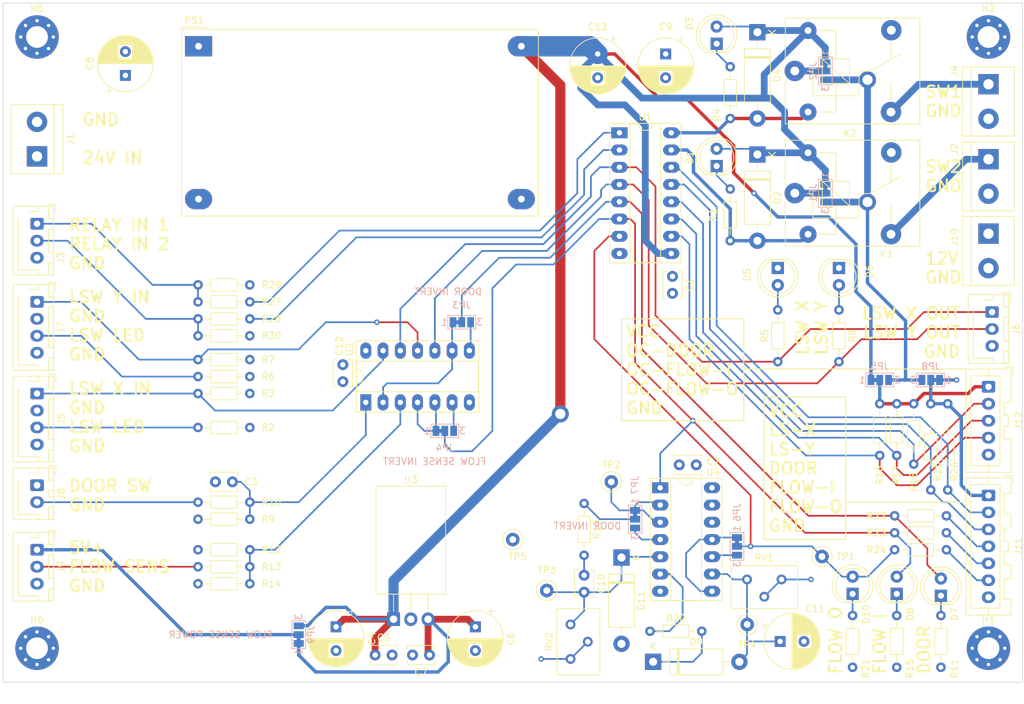
<source format=kicad_pcb>
(kicad_pcb (version 20211014) (generator pcbnew)
  (layers (0 "F.Cu" signal) (1 "In1.Cu" signal) (2 "In2.Cu" signal) (31 "B.Cu" signal) (34 "B.Paste" user) (35 "F.Paste" user) (36 "B.SilkS" user "B.Silkscreen") (37 "F.SilkS" user "F.Silkscreen") (38 "B.Mask" user) (39 "F.Mask" user) (44 "Edge.Cuts" user))
  (net 0 "")
  (net 1 "+12V")
  (net 2 "GND")
  (net 3 "+5V")
  (net 4 "Net-(C3-Pad1)")
  (net 5 "Net-(D1-Pad1)")
  (net 6 "Net-(D3-Pad1)")
  (net 7 "+24V")
  (net 8 "Net-(J2-Pad1)")
  (net 9 "Net-(J4-Pad1)")
  (net 10 "Net-(J5-Pad3)")
  (net 11 "Net-(J7-Pad3)")
  (net 12 "Net-(J8-Pad2)")
  (net 13 "Net-(J9-Pad2)")
  (net 14 "Net-(JP1-Pad2)")
  (net 15 "Net-(JP2-Pad2)")
  (net 16 "Net-(JP3-Pad1)")
  (net 17 "Net-(JP3-Pad3)")
  (net 18 "Net-(JP4-Pad1)")
  (net 19 "Net-(JP4-Pad3)")
  (net 22 "Net-(R12-Pad1)")
  (net 23 "Net-(C10-Pad1)")
  (net 24 "Net-(C10-Pad2)")
  (net 25 "Net-(C11-Pad1)")
  (net 26 "Net-(D9-Pad1)")
  (net 27 "Net-(D10-Pad2)")
  (net 28 "Net-(D10-Pad1)")
  (net 29 "Net-(JP5-Pad2)")
  (net 30 "Net-(JP6-Pad1)")
  (net 31 "Net-(JP6-Pad3)")
  (net 32 "Net-(JP7-Pad1)")
  (net 34 "Net-(JP7-Pad2)")
  (net 35 "Net-(JP7-Pad3)")
  (net 36 "Net-(R20-Pad1)")
  (net 37 "Net-(D2-Pad2)")
  (net 38 "Net-(D4-Pad2)")
  (net 39 "Net-(U1-Pad1)")
  (net 40 "Net-(U1-Pad2)")
  (net 41 "/RELAY_IN_1")
  (net 42 "/RELAY_IN_2")
  (net 43 "/LSW_X")
  (net 44 "/LSW_Y")
  (net 45 "Net-(JP8-Pad2)")
  (net 46 "Net-(R26-Pad2)")
  (net 47 "Net-(R25-Pad2)")
  (net 48 "Net-(R22-Pad2)")
  (net 49 "Net-(R23-Pad2)")
  (net 50 "Net-(R24-Pad2)")
  (net 51 "Net-(R18-Pad2)")
  (net 52 "Net-(R17-Pad2)")
  (net 53 "Net-(R16-Pad2)")
  (net 54 "Net-(JP3-Pad2)")
  (net 55 "Net-(R5-Pad2)")
  (net 56 "Net-(R8-Pad2)")
  (net 57 "Net-(D7-Pad1)")
  (net 58 "Net-(R15-Pad1)")
  (net 59 "Net-(J6-Pad1)")
  (net 60 "Net-(J6-Pad2)")
  (net 61 "Net-(U4-Pad1)")
  (net 62 "Net-(J9-Pad1)")
  (footprint "Resistor_THT:R_Axial_DIN0204_L3.6mm_D1.6mm_P7.62mm_Horizontal" (layer "F.Cu") (at 107 -72.62 -90)
    (fp_text reference "R1")
    (fp_text value "2.2K")
  )
  (footprint "Resistor_THT:R_Axial_DIN0204_L3.6mm_D1.6mm_P12.7mm_Horizontal" (layer "F.Cu") (at 139 -41 -90)
    (fp_text reference "R26")
    (fp_text value "10K")
  )
  (footprint "LED_THT:LED_D5.0mm" (layer "F.Cu") (at 105 -94 90)
    (fp_text reference "D3")
    (fp_text value "LED")
  )
  (footprint "Connector_JST:JST_XA_B05B-XASK-1_1x05_P2.50mm_Vertical" (layer "F.Cu") (at 145 -43.5 -90)
    (fp_text reference "J12")
    (fp_text value "Limit Switches Out")
  )
  (footprint "Resistor_THT:R_Axial_DIN0204_L3.6mm_D1.6mm_P7.62mm_Horizontal" (layer "F.Cu") (at 36.31 -24 180)
    (fp_text reference "R9")
    (fp_text value "2.2K")
  )
  (footprint "Capacitor_THT:CP_Radial_D8.0mm_P3.50mm" (layer "F.Cu") (at 114.347349 -6)
    (fp_text reference "C11")
    (fp_text value "470u")
  )
  (footprint "Capacitor_THT:C_Disc_D3.8mm_W2.6mm_P2.50mm" (layer "F.Cu") (at 102 -32 180)
    (fp_text reference "C2")
    (fp_text value "0.1u")
  )
  (footprint "TerminalBlock:TerminalBlock_bornier-2_P5.08mm" (layer "F.Cu") (at 145 -88.04 -90)
    (fp_text reference "J4")
    (fp_text value "Screw_Terminal_01x02")
  )
  (footprint "Diode_THT:D_DO-15_P12.70mm_Horizontal" (layer "F.Cu") (at 95.65 -3)
    (fp_text reference "D9")
    (fp_text value "D_Schottky")
  )
  (footprint "Resistor_THT:R_Axial_DIN0204_L3.6mm_D1.6mm_P7.62mm_Horizontal" (layer "F.Cu") (at 28.69 -26.5)
    (fp_text reference "R10")
    (fp_text value "470R")
  )
  (footprint "Resistor_THT:R_Axial_DIN0204_L3.6mm_D1.6mm_P7.62mm_Horizontal" (layer "F.Cu") (at 114 -47.19 90)
    (fp_text reference "R5")
    (fp_text value "2.2K")
  )
  (footprint "Capacitor_THT:CP_Radial_D8.0mm_P3.50mm" (layer "F.Cu") (at 18 -89.347349 90)
    (fp_text reference "C8")
    (fp_text value "100u")
  )
  (footprint "Potentiometer_THT:Potentiometer_Bourns_3299Y_Vertical" (layer "F.Cu") (at 114.55 -15.125)
    (fp_text reference "RV1")
    (fp_text value "100K")
  )
  (footprint "TestPoint:TestPoint_Loop_D1.80mm_Drill1.0mm_Beaded" (layer "F.Cu") (at 75 -21)
    (fp_text reference "TP5")
    (fp_text value "TestPoint")
  )
  (footprint "Resistor_THT:R_Axial_DIN0204_L3.6mm_D1.6mm_P7.62mm_Horizontal" (layer "F.Cu") (at 129 -41 -90)
    (fp_text reference "R16")
    (fp_text value "10K")
  )
  (footprint "Converter_DCDC:Generic_DCDC_Red" (layer "F.Cu") (at 28.7675 -93.6325)
    (fp_text reference "PS1")
    (fp_text value "DC-DC")
  )
  (footprint "Resistor_THT:R_Axial_DIN0204_L3.6mm_D1.6mm_P7.62mm_Horizontal" (layer "F.Cu") (at 85.5 -26.31 -90)
    (fp_text reference "R19")
    (fp_text value "1K")
  )
  (footprint "Resistor_THT:R_Axial_DIN0204_L3.6mm_D1.6mm_P7.62mm_Horizontal" (layer "F.Cu") (at 95.19 -7.5)
    (fp_text reference "R20")
    (fp_text value "1K")
  )
  (footprint "Resistor_THT:R_Axial_DIN0204_L3.6mm_D1.6mm_P7.62mm_Horizontal" (layer "F.Cu") (at 123 -47.19 90)
    (fp_text reference "R8")
    (fp_text value "2.2K")
  )
  (footprint "LED_THT:LED_D5.0mm" (layer "F.Cu") (at 138 -12.725 90)
    (fp_text reference "D7")
    (fp_text value "LED")
  )
  (footprint "Resistor_THT:R_Axial_DIN0204_L3.6mm_D1.6mm_P7.62mm_Horizontal" (layer "F.Cu") (at 138 -9.81 -90)
    (fp_text reference "R11")
    (fp_text value "2.2K")
  )
  (footprint "Resistor_THT:R_Axial_DIN0204_L3.6mm_D1.6mm_P7.62mm_Horizontal" (layer "F.Cu") (at 131.5 -9.81 -90)
    (fp_text reference "R15")
    (fp_text value "2.2K")
  )
  (footprint "Resistor_THT:R_Axial_DIN0204_L3.6mm_D1.6mm_P12.7mm_Horizontal" (layer "F.Cu") (at 136.5 -41 -90)
    (fp_text reference "R25")
    (fp_text value "10K")
  )
  (footprint "TestPoint:TestPoint_Loop_D1.80mm_Drill1.0mm_Beaded" (layer "F.Cu") (at 109.5 -8.5)
    (fp_text reference "TP4")
    (fp_text value "TestPoint")
  )
  (footprint "Package_TO_SOT_THT:TO-220-3_Horizontal_TabDown" (layer "F.Cu") (at 57.46 -9.27)
    (fp_text reference "U3")
    (fp_text value "L7805")
  )
  (footprint "Relay_THT:Relay_SPDT_SANYOU_SRD_Series_Form_C" (layer "F.Cu") (at 116.5 -90)
    (fp_text reference "K2")
    (fp_text value "SANYOU_SRD_Form_C")
  )
  (footprint "Resistor_THT:R_Axial_DIN0204_L3.6mm_D1.6mm_P7.62mm_Horizontal" (layer "F.Cu") (at 28.69 -17)
    (fp_text reference "R13")
    (fp_text value "470R")
  )
  (footprint "Package_DIP:DIP-16_W7.62mm_Socket_LongPads" (layer "F.Cu") (at 90.7 -80.9)
    (fp_text reference "U1")
    (fp_text value "ULN2003")
  )
  (footprint "Diode_THT:D_DO-15_P12.70mm_Horizontal" (layer "F.Cu") (at 111 -95.7 -90)
    (fp_text reference "D4")
    (fp_text value "B260")
  )
  (footprint "Resistor_THT:R_Axial_DIN0204_L3.6mm_D1.6mm_P7.62mm_Horizontal" (layer "F.Cu") (at 36.31 -19.5 180)
    (fp_text reference "R12")
    (fp_text value "2.2K")
  )
  (footprint "Diode_THT:D_DO-15_P12.70mm_Horizontal" (layer "F.Cu") (at 91 -18.35 -90)
    (fp_text reference "D11")
    (fp_text value "D_Schottky")
  )
  (footprint "Connector_JST:JST_XH_B3B-XH-AM_1x03_P2.50mm_Vertical" (layer "F.Cu") (at 5 -67.5 -90)
    (fp_text reference "J3")
    (fp_text value "Relay Signals")
  )
  (footprint "Capacitor_THT:C_Disc_D3.8mm_W2.6mm_P2.50mm" (layer "F.Cu") (at 33.75 -29.5 180)
    (fp_text reference "C3")
    (fp_text value "10n")
  )
  (footprint "Capacitor_THT:CP_Radial_D8.0mm_P3.50mm" (layer "F.Cu") (at 69.5 -8.152651 -90)
    (fp_text reference "C6")
    (fp_text value "470u")
  )
  (footprint "Resistor_THT:R_Axial_DIN0204_L3.6mm_D1.6mm_P7.62mm_Horizontal" (layer "F.Cu") (at 131.19 -22)
    (fp_text reference "R23")
    (fp_text value "220")
  )
  (footprint "LED_THT:LED_D5.0mm" (layer "F.Cu") (at 114 -61 -90)
    (fp_text reference "D5")
    (fp_text value "LED")
  )
  (footprint "TestPoint:TestPoint_Loop_D1.80mm_Drill1.0mm_Beaded" (layer "F.Cu") (at 80 -13.5)
    (fp_text reference "TP3")
    (fp_text value "TestPoint")
  )
  (footprint "Potentiometer_THT:Potentiometer_Bourns_3299Y_Vertical" (layer "F.Cu") (at 83.5 -8.5 90)
    (fp_text reference "RV2")
    (fp_text value "100K")
  )
  (footprint "Resistor_THT:R_Axial_DIN0204_L3.6mm_D1.6mm_P7.62mm_Horizontal" (layer "F.Cu") (at 28.69 -58.5)
    (fp_text reference "R29")
    (fp_text value "2.2K")
  )
  (footprint "Relay_THT:Relay_SPDT_SANYOU_SRD_Series_Form_C" (layer "F.Cu") (at 116.5 -72)
    (fp_text reference "K1")
    (fp_text value "SANYOU_SRD_Form_C")
  )
  (footprint "TerminalBlock:TerminalBlock_bornier-2_P5.08mm" (layer "F.Cu") (at 145 -77 -90)
    (fp_text reference "J2")
    (fp_text value "Screw_Terminal_01x02")
  )
  (footprint "MountingHole:MountingHole_3.2mm_M3_Pad_Via" (layer "F.Cu") (at 5 -95)
    (fp_text reference "H5")
    (fp_text value "MountingHole")
  )
  (footprint "Connector_JST:JST_XH_B4B-XH-AM_1x04_P2.50mm_Vertical" (layer "F.Cu") (at 5 -56 -90)
    (fp_text reference "J7")
    (fp_text value "Limit Switch Y")
  )
  (footprint "LED_THT:LED_D5.0mm" (layer "F.Cu") (at 123 -61 -90)
    (fp_text reference "D6")
    (fp_text value "LED")
  )
  (footprint "Resistor_THT:R_Axial_DIN0204_L3.6mm_D1.6mm_P7.62mm_Horizontal" (layer "F.Cu") (at 28.69 -53.5)
    (fp_text reference "R28")
    (fp_text value "2.2K")
  )
  (footprint "Resistor_THT:R_Axial_DIN0204_L3.6mm_D1.6mm_P7.62mm_Horizontal" (layer "F.Cu") (at 28.69 -14.5)
    (fp_text reference "R14")
    (fp_text value "2.2K")
  )
  (footprint "MountingHole:MountingHole_3.2mm_M3_Pad_Via" (layer "F.Cu") (at 145 -95)
    (fp_text reference "H2")
    (fp_text value "MountingHole")
  )
  (footprint "Package_DIP:DIP-14_W7.62mm_Socket_LongPads" (layer "F.Cu") (at 53.375 -41.2 90)
    (fp_text reference "U2")
    (fp_text value "74HC14")
  )
  (footprint "Capacitor_THT:C_Disc_D3.8mm_W2.6mm_P2.50mm" (layer "F.Cu") (at 98.5 -59.75 -90)
    (fp_text reference "C1")
    (fp_text value "0.1u")
  )
  (footprint "TestPoint:TestPoint_Loop_D1.80mm_Drill1.0mm_Beaded" (layer "F.Cu") (at 120.5 -18.5)
    (fp_text reference "TP1")
    (fp_text value "TestPoint")
  )
  (footprint "Connector_JST:JST_XH_B4B-XH-AM_1x04_P2.50mm_Vertical" (layer "F.Cu") (at 5 -42.5 -90)
    (fp_text reference "J5")
    (fp_text value "Limit Switch X")
  )
  (footprint "Resistor_THT:R_Axial_DIN0204_L3.6mm_D1.6mm_P7.62mm_Horizontal" (layer "F.Cu") (at 36.31 -42.5 180)
    (fp_text reference "R3")
    (fp_text value "2.2K")
  )
  (footprint "Resistor_THT:R_Axial_DIN0204_L3.6mm_D1.6mm_P7.62mm_Horizontal" (layer "F.Cu") (at 131.19 -19.5)
    (fp_text reference "R24")
    (fp_text value "220")
  )
  (footprint "Resistor_THT:R_Axial_DIN0204_L3.6mm_D1.6mm_P7.62mm_Horizontal" (layer "F.Cu") (at 131.19 -24.5)
    (fp_text reference "R22")
    (fp_text value "220")
  )
  (footprint "Resistor_THT:R_Axial_DIN0204_L3.6mm_D1.6mm_P7.62mm_Horizontal" (layer "F.Cu") (at 125 -9.81 -90)
    (fp_text reference "R21")
    (fp_text value "2.2K")
  )
  (footprint "Capacitor_THT:C_Disc_D3.8mm_W2.6mm_P2.50mm" (layer "F.Cu") (at 54.75 -4)
    (fp_text reference "C5")
    (fp_text value "0.1u")
  )
  (footprint "Resistor_THT:R_Axial_DIN0204_L3.6mm_D1.6mm_P7.62mm_Horizontal" (layer "F.Cu") (at 36.31 -37.5 180)
    (fp_text reference "R2")
    (fp_text value "2.2K")
  )
  (footprint "TerminalBlock:TerminalBlock_bornier-2_P5.08mm" (layer "F.Cu") (at 145 -66.04 -90)
    (fp_text reference "J10")
    (fp_text value "Screw_Terminal_01x02")
  )
  (footprint "Capacitor_THT:CP_Radial_D8.0mm_P3.50mm" (layer "F.Cu") (at 87.5 -92.5 -90)
    (fp_text reference "C13")
    (fp_text value "100u")
  )
  (footprint "Connector_JST:JST_XA_B07B-XASK-1_1x07_P2.50mm_Vertical" (layer "F.Cu") (at 145 -27.5 -90)
    (fp_text reference "J11")
    (fp_text value "Limit Switches Out")
  )
  (footprint "Connector_JST:JST_XH_B3B-XH-AM_1x03_P2.50mm_Vertical" (layer "F.Cu") (at 145.525 -54.5 -90)
    (fp_text reference "J6")
    (fp_text value "Limit Switches Out")
  )
  (footprint "Package_DIP:DIP-14_W7.62mm_Socket_LongPads" (layer "F.Cu") (at 96.7 -28.625)
    (fp_text reference "U4")
    (fp_text value "74HC14")
  )
  (footprint "Resistor_THT:R_Axial_DIN0204_L3.6mm_D1.6mm_P7.62mm_Horizontal" (layer "F.Cu") (at 107 -90.62 -90)
    (fp_text reference "R4")
    (fp_text value "2.2K")
  )
  (footprint "Capacitor_THT:CP_Radial_D8.0mm_P3.50mm" (layer "F.Cu") (at 49 -8.152651 -90)
    (fp_text reference "C4")
    (fp_text value "470u")
  )
  (footprint "Capacitor_THT:C_Disc_D3.8mm_W2.6mm_P2.50mm" (layer "F.Cu") (at 50 -46.75 -90)
    (fp_text reference "C12")
    (fp_text value "0.1u")
  )
  (footprint "Resistor_THT:R_Axial_DIN0204_L3.6mm_D1.6mm_P7.62mm_Horizontal" (layer "F.Cu") (at 28.69 -51)
    (fp_text reference "R30")
    (fp_text value "2.2K")
  )
  (footprint "Resistor_THT:R_Axial_DIN0204_L3.6mm_D1.6mm_P10.16mm_Horizontal" (layer "F.Cu") (at 134 -41 -90)
    (fp_text reference "R18")
    (fp_text value "10K")
  )
  (footprint "TestPoint:TestPoint_Loop_D1.80mm_Drill1.0mm_Beaded" (layer "F.Cu") (at 89.5 -29.5)
    (fp_text reference "TP2")
    (fp_text value "TestPoint")
  )
  (footprint "Resistor_THT:R_Axial_DIN0204_L3.6mm_D1.6mm_P7.62mm_Horizontal" (layer "F.Cu") (at 36.31 -47.5 180)
    (fp_text reference "R7")
    (fp_text value "2.2K")
  )
  (footprint "LED_THT:LED_D5.0mm" (layer "F.Cu") (at 131.5 -13 90)
    (fp_text reference "D8")
    (fp_text value "LED")
  )
  (footprint "Capacitor_THT:CP_Radial_D8.0mm_P3.50mm" (layer "F.Cu") (at 97.5 -92.5 -90)
    (fp_text reference "C9")
    (fp_text value "100u")
  )
  (footprint "Resistor_THT:R_Axial_DIN0204_L3.6mm_D1.6mm_P7.62mm_Horizontal" (layer "F.Cu") (at 36.31 -45 180)
    (fp_text reference "R6")
    (fp_text value "2.2K")
  )
  (footprint "TerminalBlock:TerminalBlock_bornier-2_P5.08mm" (layer "F.Cu") (at 5 -77.42 90)
    (fp_text reference "J1")
    (fp_text value "Screw_Terminal_01x02")
  )
  (footprint "MountingHole:MountingHole_3.2mm_M3_Pad_Via" (layer "F.Cu") (at 5 -5)
    (fp_text reference "H6")
    (fp_text value "MountingHole")
  )
  (footprint "LED_THT:LED_D5.0mm" (layer "F.Cu") (at 105 -76 90)
    (fp_text reference "D1")
    (fp_text value "LED")
  )
  (footprint "Connector_JST:JST_XH_B3B-XH-AM_1x03_P2.50mm_Vertical" (layer "F.Cu") (at 5 -19.5 -90)
    (fp_text reference "J9")
    (fp_text value "Flow Sensor")
  )
  (footprint "Connector_JST:JST_XH_B2B-XH-AM_1x02_P2.50mm_Vertical" (layer "F.Cu") (at 5 -29 -90)
    (fp_text reference "J8")
    (fp_text value "Door Switch")
  )
  (footprint "Resistor_THT:R_Axial_DIN0204_L3.6mm_D1.6mm_P7.62mm_Horizontal" (layer "F.Cu") (at 28.69 -56)
    (fp_text reference "R27")
    (fp_text value "2.2K")
  )
  (footprint "Capacitor_THT:C_Disc_D3.8mm_W2.6mm_P2.50mm" (layer "F.Cu") (at 62.75 -4 180)
    (fp_text reference "C7")
    (fp_text value "0.1u")
  )
  (footprint "MountingHole:MountingHole_3.2mm_M3_Pad_Via" (layer "F.Cu") (at 145 -5)
    (fp_text reference "H1")
    (fp_text value "MountingHole")
  )
  (footprint "Diode_THT:D_DO-15_P12.70mm_Horizontal" (layer "F.Cu") (at 111 -77.7 -90)
    (fp_text reference "D2")
    (fp_text value "B260")
  )
  (footprint "LED_THT:LED_D5.0mm" (layer "F.Cu") (at 125 -13 90)
    (fp_text reference "D10")
    (fp_text value "LED")
  )
  (footprint "Resistor_THT:R_Axial_DIN0204_L3.6mm_D1.6mm_P7.62mm_Horizontal" (layer "F.Cu") (at 131.5 -41 -90)
    (fp_text reference "R17")
    (fp_text value "10K")
  )
  (footprint "Capacitor_THT:C_Disc_D3.8mm_W2.6mm_P2.50mm" (layer "F.Cu") (at 85.5 -15.75 -90)
    (fp_text reference "C10")
    (fp_text value "0.1u")
  )
  (footprint "Jumper:SolderJumper-3_P1.3mm_Bridged12_Pad1.0x1.5mm_NumberLabels" (layer "B.Cu") (at 67.5 -53)
    (fp_text reference "JP3")
    (fp_text value "SolderJumper_3_Bridged12")
  )
  (footprint "Jumper:SolderJumper-3_P1.3mm_Bridged12_Pad1.0x1.5mm_NumberLabels" (layer "B.Cu") (at 121 -72 -90)
    (fp_text reference "JP1")
    (fp_text value "SolderJumper_3_Bridged12")
  )
  (footprint "Jumper:SolderJumper-3_P1.3mm_Bridged12_Pad1.0x1.5mm_NumberLabels" (layer "B.Cu") (at 121 -90 -90)
    (fp_text reference "JP2")
    (fp_text value "SolderJumper_3_Bridged12")
  )
  (footprint "Jumper:SolderJumper-3_P1.3mm_Bridged12_Pad1.0x1.5mm_NumberLabels" (layer "B.Cu") (at 93 -24 -90)
    (fp_text reference "JP7")
    (fp_text value "SolderJumper_3_Bridged12")
  )
  (footprint "Jumper:SolderJumper-3_P1.3mm_Bridged12_Pad1.0x1.5mm_NumberLabels" (layer "B.Cu") (at 129 -44.5)
    (fp_text reference "JP5")
    (fp_text value "SolderJumper_3_Bridged12")
  )
  (footprint "Jumper:SolderJumper-3_P1.3mm_Bridged12_Pad1.0x1.5mm_NumberLabels" (layer "B.Cu") (at 65 -37)
    (fp_text reference "JP4")
    (fp_text value "SolderJumper_3_Bridged12")
  )
  (footprint "Jumper:SolderJumper-3_P1.3mm_Bridged12_Pad1.0x1.5mm_NumberLabels" (layer "B.Cu") (at 43.5 -7 90)
    (fp_text reference "JP9")
    (fp_text value "SolderJumper_3_Bridged12")
  )
  (footprint "Jumper:SolderJumper-3_P1.3mm_Bridged12_Pad1.0x1.5mm_NumberLabels" (layer "B.Cu") (at 108 -20 -90)
    (fp_text reference "JP6")
    (fp_text value "SolderJumper_3_Bridged12")
  )
  (footprint "Jumper:SolderJumper-3_P1.3mm_Bridged12_Pad1.0x1.5mm_NumberLabels" (layer "B.Cu") (at 136.5 -44.5 180)
    (fp_text reference "JP8")
    (fp_text value "SolderJumper_3_Bridged12")
  )
  (gr_rect (start 124 -42) (end 112 -21) (layer "F.SilkS") (width 0.15) (fill none))
  (gr_rect (start 109 -53.5) (end 91 -38.5) (layer "F.SilkS") (width 0.15) (fill none))
  (gr_line (start 141.69 -46.11) (end 109 -46.11) (layer "F.SilkS") (width 0.15))
  (gr_line (start 124 -26.5) (end 141.5 -26.5) (layer "F.SilkS") (width 0.15))
  (gr_rect (start 0 0) (end 150 -100) (layer "Edge.Cuts") (width 0.1) (fill none))
  (gr_text "DOOR INVERT" (at 65.5 -57.5) (layer "B.SilkS") (effects (font (size 1 1)) (justify mirror)))
  (gr_text "DOOR INVERT" (at 86 -23) (layer "B.SilkS") (effects (font (size 1 1)) (justify mirror)))
  (gr_text "FLOW SENSE POWER" (at 32 -7) (layer "B.SilkS") (effects (font (size 1 1)) (justify mirror)))
  (gr_text "FLOW SENSE INVERT" (at 63.5 -32.5) (layer "B.SilkS") (effects (font (size 1 1)) (justify mirror)))
  (gr_text "FLOW I" (at 129 -1 90) (layer "F.SilkS") (effects (font (size 1.75 1.75) (thickness 0.3)) (justify left)))
  (gr_text "RELAY IN 1\nRELAY IN 2\nGND" (at 9.5 -64.5) (layer "F.SilkS") (effects (font (size 1.75 1.75) (thickness 0.3)) (justify left)))
  (gr_text "LSW X OUT\nLSW Y OUT\nGND" (at 141 -51.5) (layer "F.SilkS") (effects (font (size 1.75 1.75) (thickness 0.3)) (justify right)))
  (gr_text "VCC\nLS-X\nLS-Y\nDOOR\nFLOW-I\nFLOW-O\nGND" (at 112.5 -31.5) (layer "F.SilkS") (effects (font (size 1.75 1.75) (thickness 0.3)) (justify left)))
  (gr_text "LSW X IN\nGND\nLSW LED\nGND" (at 9.5 -39) (layer "F.SilkS") (effects (font (size 1.75 1.75) (thickness 0.3)) (justify left)))
  (gr_text "5V+\nFLOW SENS\nGND" (at 9.5 -17) (layer "F.SilkS") (effects (font (size 1.75 1.75) (thickness 0.3)) (justify left)))
  (gr_text "LSW Y IN\nGND\nLSW LED\nGND" (at 9.5 -52.5) (layer "F.SilkS") (effects (font (size 1.75 1.75) (thickness 0.3)) (justify left)))
  (gr_text "DOOR SW\nGND" (at 9.5 -27.5) (layer "F.SilkS") (effects (font (size 1.75 1.75) (thickness 0.3)) (justify left)))
  (gr_text "LSW X\nLSW Y" (at 119 -48 90) (layer "F.SilkS") (effects (font (size 1.75 1.75) (thickness 0.3)) (justify left)))
  (gr_text "DOOR" (at 135.5 -1 90) (layer "F.SilkS") (effects (font (size 1.75 1.75) (thickness 0.3)) (justify left)))
  (gr_text "12V\nGND\n" (at 135.5 -61) (layer "F.SilkS") (effects (font (size 1.75 1.75) (thickness 0.3)) (justify left)))
  (gr_text "GND\n\n24V IN" (at 11.5 -80) (layer "F.SilkS") (effects (font (size 1.75 1.75) (thickness 0.3)) (justify left)))
  (gr_text "FLOW O" (at 122.5 -1 90) (layer "F.SilkS") (effects (font (size 1.75 1.75) (thickness 0.3)) (justify left)))
  (gr_text "VCC\nOC-DOOR\nOC-FLOW-I\nOC-FLOW-O\nGND" (at 91.5 -46) (layer "F.SilkS") (effects (font (size 1.75 1.75) (thickness 0.3)) (justify left)))
  (gr_text "SW2\nGND" (at 135.5 -74.5) (layer "F.SilkS") (effects (font (size 1.75 1.75) (thickness 0.3)) (justify left)))
  (gr_text "SW1\nGND" (at 135.5 -85.5) (layer "F.SilkS") (effects (font (size 1.75 1.75) (thickness 0.3)) (justify left)))
  (segment (start 107.5 -79) (end 100.5 -86) (width 0.5) (layer "F.Cu") (net 1))
  (segment (start 100.5 -86) (end 96.5 -86) (width 0.5) (layer "F.Cu") (net 1))
  (segment (start 110.5 -72) (end 107.5 -75) (width 0.5) (layer "F.Cu") (net 1))
  (segment (start 107.5 -75) (end 107.5 -79) (width 0.5) (layer "F.Cu") (net 1))
  (segment (start 90 -92.5) (end 87.5 -92.5) (width 0.5) (layer "F.Cu") (net 1))
  (segment (start 50.117349 -9.27) (end 49 -8.152651) (width 1) (layer "F.Cu") (net 1))
  (segment (start 96.5 -86) (end 90 -92.5) (width 0.5) (layer "F.Cu") (net 1))
  (segment (start 57.46 -9.27) (end 50.117349 -9.27) (width 1) (layer "F.Cu") (net 1))
  (segment (start 82 -39.5) (end 82 -87.9) (width 1.5) (layer "F.Cu") (net 1))
  (segment (start 54.75 -6.56) (end 57.46 -9.27) (width 1) (layer "F.Cu") (net 1))
  (segment (start 82 -87.9) (end 76.2675 -93.6325) (width 1.5) (layer "F.Cu") (net 1))
  (segment (start 54.75 -4) (end 54.75 -6.56) (width 1) (layer "F.Cu") (net 1))
  (via (at 82 -39.5) (size 2.5) (drill 1.5) (layers "F.Cu" "B.Cu") (net 1))
  (via (at 110.5 -72) (size 0.8) (drill 0.4) (layers "F.Cu" "B.Cu") (net 1))
  (segment (start 57.46 -9.27) (end 57.46 -14.96) (width 1.5) (layer "B.Cu") (net 1))
  (segment (start 121 -73.3) (end 121 -75.4) (width 1) (layer "B.Cu") (net 1))
  (segment (start 105 -78.54) (end 110.16 -78.54) (width 0.25) (layer "B.Cu") (net 1))
  (segment (start 57.46 -14.96) (end 82 -39.5) (width 1.5) (layer "B.Cu") (net 1))
  (segment (start 115 -84) (end 115 -81.4) (width 1) (layer "B.Cu") (net 1))
  (segment (start 112 -86) (end 112 -89.5) (width 1) (layer "B.Cu") (net 1))
  (segment (start 118.45 -95.95) (end 111.25 -95.95) (width 1) (layer "B.Cu") (net 1))
  (segment (start 43.5 -8.3) (end 44.8 -8.3) (width 0.5) (layer "B.Cu") (net 1))
  (segment (start 125.5 -57.5) (end 125.5 -64.5) (width 0.5) (layer "B.Cu") (net 1))
  (segment (start 115 -81.4) (end 118.45 -77.95) (width 1) (layer "B.Cu") (net 1))
  (segment (start 105 -96.54) (end 110.16 -96.54) (width 0.25) (layer "B.Cu") (net 1))
  (segment (start 121.5 -68.5) (end 114 -68.5) (width 0.5) (layer "B.Cu") (net 1))
  (segment (start 50.5 -11) (end 52.23 -9.27) (width 0.5) (layer "B.Cu") (net 1))
  (segment (start 112 -86) (end 113 -86) (width 1) (layer "B.Cu") (net 1))
  (segment (start 94.5 -82) (end 91.5 -85) (width 1) (layer "B.Cu") (net 1))
  (segment (start 121 -75.4) (end 118.45 -77.95) (width 1) (layer "B.Cu") (net 1))
  (segment (start 110.16 -96.54) (end 111 -95.7) (width 0.25) (layer "B.Cu") (net 1))
  (segment (start 111.25 -77.95) (end 111 -77.7) (width 1) (layer "B.Cu") (net 1))
  (segment (start 85 -87.5) (end 85 -90) (width 1) (layer "B.Cu") (net 1))
  (segment (start 121 -91.3) (end 121 -93.4) (width 1) (layer "B.Cu") (net 1))
  (segment (start 86.3675 -93.6325) (end 87.5 -92.5) (width 3) (layer "B.Cu") (net 1))
  (segment (start 114 -68.5) (end 110.5 -72) (width 0.5) (layer "B.Cu") (net 1))
  (segment (start 87.5 -85) (end 85 -87.5) (width 1) (layer "B.Cu") (net 1))
  (segment (start 113 -86) (end 115 -84) (width 1) (layer "B.Cu") (net 1))
  (segment (start 47.5 -11) (end 50.5 -11) (width 0.5) (layer "B.Cu") (net 1))
  (segment (start 127.7 -44.5) (end 127.7 -55.3) (width 0.5) (layer "B.Cu") (net 1))
  (segment (start 96.38 -63.12) (end 94.5 -65) (width 1) (layer "B.Cu") (net 1))
  (segment (start 118.45 -95.95) (end 112.75 -90.25) (width 1) (layer "B.Cu") (net 1))
  (segment (start 118.45 -77.95) (end 111.25 -77.95) (width 1) (layer "B.Cu") (net 1))
  (segment (start 94 -86) (end 87.5 -92.5) (width 1) (layer "B.Cu") (net 1))
  (segment (start 106 -86) (end 94 -86) (width 1) (layer "B.Cu") (net 1))
  (segment (start 106 -86) (end 112 -86) (width 1) (layer "B.Cu") (net 1))
  (segment (start 111.25 -95.95) (end 111 -95.7) (width 1) (layer "B.Cu") (net 1))
  (segment (start 110.16 -78.54) (end 111 -77.7) (width 0.25) (layer "B.Cu") (net 1))
  (segment (start 98.32 -63.12) (end 96.38 -63.12) (width 1) (layer "B.Cu") (net 1))
  (segment (start 121 -93.4) (end 118.45 -95.95) (width 1) (layer "B.Cu") (net 1))
  (segment (start 127.7 -55.3) (end 125.5 -57.5) (width 0.5) (layer "B.Cu") (net 1))
  (segment (start 91.5 -85) (end 87.5 -85) (width 1) (layer "B.Cu") (net 1))
  (segment (start 94.5 -65) (end 94.5 -82) (width 1) (layer "B.Cu") (net 1))
  (segment (start 112 -89.5) (end 112.75 -90.25) (width 1) (layer "B.Cu") (net 1))
  (segment (start 76.2675 -93.6325) (end 86.3675 -93.6325) (width 3) (layer "B.Cu") (net 1))
  (segment (start 52.23 -9.27) (end 57.46 -9.27) (width 0.5) (layer "B.Cu") (net 1))
  (segment (start 85 -90) (end 87.5 -92.5) (width 1) (layer "B.Cu") (net 1))
  (segment (start 44.8 -8.3) (end 47.5 -11) (width 0.5) (layer "B.Cu") (net 1))
  (segment (start 125.5 -64.5) (end 121.5 -68.5) (width 0.5) (layer "B.Cu") (net 1))
  (via (at 79.175 -3.42) (size 0.8) (drill 0.4) (layers "F.Cu" "B.Cu") (net 2))
  (segment (start 83.5 -3.42) (end 79.175 -3.42) (width 0.25) (layer "B.Cu") (net 2))
  (segment (start 83.5 -3.42) (end 86.04 -5.96) (width 0.25) (layer "B.Cu") (net 2))
  (segment (start 62.54 -4.21) (end 62.75 -4) (width 1) (layer "F.Cu") (net 3))
  (segment (start 62.54 -9.27) (end 62.54 -4.21) (width 1) (layer "F.Cu") (net 3))
  (segment (start 68.382651 -9.27) (end 69.5 -8.152651) (width 1) (layer "F.Cu") (net 3))
  (segment (start 62.54 -9.27) (end 68.382651 -9.27) (width 1) (layer "F.Cu") (net 3))
  (via locked (at 140.3 -44.5) (size 0.8) (drill 0.4) (layers "F.Cu" "B.Cu") (net 3))
  (via (at 118.875 -15.125) (size 0.8) (drill 0.4) (layers "F.Cu" "B.Cu") (net 3))
  (segment (start 43.5 -4) (end 46 -1.5) (width 0.5) (layer "B.Cu") (net 3))
  (segment (start 114.55 -15.125) (end 118.875 -15.125) (width 0.25) (layer "B.Cu") (net 3))
  (segment (start 112.01 -12.585) (end 114.55 -15.125) (width 0.25) (layer "B.Cu") (net 3))
  (segment (start 64 -1.5) (end 65.5 -3) (width 0.5) (layer "B.Cu") (net 3))
  (segment (start 137.8 -44.5) (end 140.3 -44.5) (width 0.5) (layer "B.Cu") (net 3))
  (segment (start 62.73 -9.27) (end 62.54 -9.27) (width 0.5) (layer "B.Cu") (net 3))
  (segment (start 46 -1.5) (end 64 -1.5) (width 0.5) (layer "B.Cu") (net 3))
  (segment (start 65.5 -3) (end 65.5 -6.5) (width 0.5) (layer "B.Cu") (net 3))
  (segment (start 65.5 -6.5) (end 62.73 -9.27) (width 0.5) (layer "B.Cu") (net 3))
  (segment (start 43.5 -5.7) (end 43.5 -4) (width 0.5) (layer "B.Cu") (net 3))
  (segment (start 36.31 -24) (end 36.31 -26.5) (width 0.25) (layer "B.Cu") (net 4))
  (segment (start 33.75 -29.5) (end 35 -29.5) (width 0.25) (layer "B.Cu") (net 4))
  (segment (start 43.5 -26.5) (end 53.375 -36.375) (width 0.25) (layer "B.Cu") (net 4))
  (segment (start 53.375 -36.375) (end 53.375 -41.2) (width 0.25) (layer "B.Cu") (net 4))
  (segment (start 35 -29.5) (end 36.31 -28.19) (width 0.25) (layer "B.Cu") (net 4))
  (segment (start 36.31 -28.19) (end 36.31 -26.5) (width 0.25) (layer "B.Cu") (net 4))
  (segment (start 36.31 -26.5) (end 43.5 -26.5) (width 0.25) (layer "B.Cu") (net 4))
  (segment (start 105 -74.62) (end 107 -72.62) (width 0.25) (layer "B.Cu") (net 5))
  (segment (start 105 -76) (end 105 -74.62) (width 0.25) (layer "B.Cu") (net 5))
  (segment (start 105 -94) (end 105 -92.62) (width 0.25) (layer "B.Cu") (net 6))
  (segment (start 105 -92.62) (end 107 -90.62) (width 0.25) (layer "B.Cu") (net 6))
  (via (at 127.2 -88.7) (size 2.5) (drill 1.5) (layers "F.Cu" "B.Cu") (net 7))
  (via (at 127.2 -70.7) (size 2.5) (drill 1.5) (layers "F.Cu" "B.Cu") (net 7))
  (segment (start 127.2 -58.8) (end 127.2 -70.7) (width 0.5) (layer "B.Cu") (net 7))
  (segment (start 132.8 -44.5) (end 132.8 -53.2) (width 0.5) (layer "B.Cu") (net 7))
  (segment (start 130.3 -44.5) (end 132.8 -44.5) (width 0.5) (layer "B.Cu") (net 7))
  (segment (start 121 -70.7) (end 127.2 -70.7) (width 1) (layer "B.Cu") (net 7))
  (segment (start 127.2 -88.7) (end 127.2 -70.7) (width 1) (layer "B.Cu") (net 7))
  (segment (start 132.8 -44.5) (end 135.2 -44.5) (width 0.5) (layer "B.Cu") (net 7))
  (segment (start 121 -88.7) (end 127.2 -88.7) (width 1) (layer "B.Cu") (net 7))
  (segment (start 132.8 -53.2) (end 127.2 -58.8) (width 0.5) (layer "B.Cu") (net 7))
  (segment (start 141.7 -77) (end 145 -77) (width 1) (layer "B.Cu") (net 8))
  (segment (start 130.65 -65.95) (end 141.7 -77) (width 1) (layer "B.Cu") (net 8))
  (segment (start 130.65 -83.95) (end 134.74 -88.04) (width 1) (layer "B.Cu") (net 9))
  (segment (start 134.74 -88.04) (end 145 -88.04) (width 1) (layer "B.Cu") (net 9))
  (segment (start 28.69 -37.5) (end 5 -37.5) (width 0.25) (layer "B.Cu") (net 10))
  (segment (start 11.5 -51) (end 5 -51) (width 0.25) (layer "B.Cu") (net 11))
  (segment (start 17.5 -45) (end 11.5 -51) (width 0.25) (layer "B.Cu") (net 11))
  (segment (start 28.69 -45) (end 17.5 -45) (width 0.25) (layer "B.Cu") (net 11))
  (segment (start 5 -26.5) (end 28.69 -26.5) (width 0.25) (layer "B.Cu") (net 12))
  (segment locked (start 28.69 -17) (end 5 -17) (width 0.25) (layer "F.Cu") (net 13))
  (segment (start 121 -72) (end 116.5 -72) (width 1) (layer "B.Cu") (net 14))
  (segment (start 121 -90) (end 116.5 -90) (width 1) (layer "B.Cu") (net 15))
  (segment (start 66.075 -52.875) (end 66.2 -53) (width 0.25) (layer "B.Cu") (net 16))
  (segment (start 66.075 -48.82) (end 66.075 -52.875) (width 0.25) (layer "B.Cu") (net 16))
  (segment (start 56.5 -44) (end 64 -44) (width 0.25) (layer "B.Cu") (net 16))
  (segment (start 55.915 -41.2) (end 55.915 -43.415) (width 0.25) (layer "B.Cu") (net 16))
  (segment (start 66.075 -46.075) (end 66.075 -48.82) (width 0.25) (layer "B.Cu") (net 16))
  (segment (start 64 -44) (end 66.075 -46.075) (width 0.25) (layer "B.Cu") (net 16))
  (segment (start 55.915 -43.415) (end 56.5 -44) (width 0.25) (layer "B.Cu") (net 16))
  (segment (start 68.8 -53) (end 68.8 -49.005) (width 0.25) (layer "B.Cu") (net 17))
  (segment (start 68.8 -49.005) (end 68.615 -48.82) (width 0.25) (layer "B.Cu") (net 17))
  (segment (start 62 -37) (end 63.7 -37) (width 0.25) (layer "B.Cu") (net 18))
  (segment (start 60.995 -38.005) (end 62 -37) (width 0.25) (layer "B.Cu") (net 18))
  (segment (start 63.7 -41.035) (end 63.535 -41.2) (width 0.25) (layer "B.Cu") (net 18))
  (segment (start 63.7 -37) (end 63.7 -41.035) (width 0.25) (layer "B.Cu") (net 18))
  (segment (start 60.995 -41.2) (end 60.995 -38.005) (width 0.25) (layer "B.Cu") (net 18))
  (segment (start 66.3 -40.975) (end 66.075 -41.2) (width 0.25) (layer "B.Cu") (net 19))
  (segment (start 66.3 -37) (end 66.3 -40.975) (width 0.25) (layer "B.Cu") (net 19))
  (segment (start 40 -19.5) (end 36.31 -19.5) (width 0.25) (layer "B.Cu") (net 22))
  (segment (start 58.455 -41.2) (end 58.455 -37.955) (width 0.25) (layer "B.Cu") (net 22))
  (segment (start 36.31 -14.5) (end 36.31 -19.5) (width 0.25) (layer "B.Cu") (net 22))
  (segment (start 58.455 -37.955) (end 40 -19.5) (width 0.25) (layer "B.Cu") (net 22))
  (segment (start 85.5 -15.75) (end 85.5 -18.69) (width 0.25) (layer "B.Cu") (net 23))
  (segment (start 91.115 -18.465) (end 91 -18.35) (width 0.25) (layer "B.Cu") (net 24))
  (segment (start 96.7 -18.465) (end 91.115 -18.465) (width 0.25) (layer "B.Cu") (net 24))
  (segment (start 85.5 -13.25) (end 85.5 -10.5) (width 0.25) (layer "B.Cu") (net 24))
  (segment (start 91 -15) (end 89.25 -13.25) (width 0.25) (layer "B.Cu") (net 24))
  (segment (start 80.25 -13.25) (end 80 -13.5) (width 0.25) (layer "B.Cu") (net 24))
  (segment (start 85.5 -13.25) (end 80.25 -13.25) (width 0.25) (layer "B.Cu") (net 24))
  (segment (start 85.5 -10.5) (end 83.5 -8.5) (width 0.25) (layer "B.Cu") (net 24))
  (segment (start 89.25 -13.25) (end 85.5 -13.25) (width 0.25) (layer "B.Cu") (net 24))
  (segment (start 91 -18.35) (end 91 -15) (width 0.25) (layer "B.Cu") (net 24))
  (segment (start 109.47 -15.125) (end 107.375 -15.125) (width 0.25) (layer "B.Cu") (net 25))
  (segment (start 109.47 -15.125) (end 109.47 -5.97) (width 0.25) (layer "B.Cu") (net 25))
  (segment (start 112 -6) (end 109.5 -6) (width 0.25) (layer "B.Cu") (net 25))
  (segment (start 109.47 -4.12) (end 108.35 -3) (width 0.25) (layer "B.Cu") (net 25))
  (segment (start 109.5 -6) (end 109.47 -5.97) (width 0.25) (layer "B.Cu") (net 25))
  (segment (start 104.32 -15.925) (end 106.575 -15.925) (width 0.25) (layer "B.Cu") (net 25))
  (segment (start 109.47 -5.97) (end 109.47 -4.12) (width 0.25) (layer "B.Cu") (net 25))
  (segment (start 114.347349 -6) (end 112 -6) (width 0.25) (layer "B.Cu") (net 25))
  (segment (start 106.575 -15.925) (end 107.375 -15.125) (width 0.25) (layer "B.Cu") (net 25))
  (segment (start 101.5 -3) (end 102.81 -4.31) (width 0.25) (layer "B.Cu") (net 26))
  (segment (start 95.65 -3) (end 101.5 -3) (width 0.25) (layer "B.Cu") (net 26))
  (segment (start 102.81 -4.31) (end 102.81 -7.5) (width 0.25) (layer "B.Cu") (net 26))
  (segment (start 89.16 -65.66) (end 87 -63.5) (width 0.25) (layer "F.Cu") (net 27))
  (segment (start 90.7 -65.66) (end 89.16 -65.66) (width 0.25) (layer "F.Cu") (net 27))
  (segment (start 110 -27.5) (end 110 -20) (width 0.25) (layer "F.Cu") (net 27))
  (segment (start 87 -63.5) (end 87 -50.5) (width 0.25) (layer "F.Cu") (net 27))
  (segment (start 87 -50.5) (end 110 -27.5) (width 0.25) (layer "F.Cu") (net 27))
  (via (at 110 -20) (size 0.8) (drill 0.4) (layers "F.Cu" "B.Cu") (net 27))
  (segment (start 108 -20) (end 113 -20) (width 0.25) (layer "B.Cu") (net 27))
  (segment (start 120.5 -18.5) (end 119 -20) (width 0.25) (layer "B.Cu") (net 27))
  (segment (start 131.19 -19.5) (end 127.23 -15.54) (width 0.25) (layer "B.Cu") (net 27))
  (segment (start 125 -15.54) (end 123.46 -15.54) (width 0.25) (layer "B.Cu") (net 27))
  (segment (start 123.46 -15.54) (end 120.5 -18.5) (width 0.25) (layer "B.Cu") (net 27))
  (segment (start 127.23 -15.54) (end 125 -15.54) (width 0.25) (layer "B.Cu") (net 27))
  (segment (start 119 -20) (end 113 -20) (width 0.25) (layer "B.Cu") (net 27))
  (segment (start 125 -13) (end 125 -9.81) (width 0.25) (layer "B.Cu") (net 28))
  (segment (start 135.5 -42.5) (end 134 -41) (width 0.5) (layer "F.Cu") (net 29))
  (segment (start 143 -43.5) (end 142 -42.5) (width 0.5) (layer "F.Cu") (net 29))
  (segment (start 134 -41) (end 129 -41) (width 0.5) (layer "F.Cu") (net 29))
  (segment (start 142 -42.5) (end 135.5 -42.5) (width 0.5) (layer "F.Cu") (net 29))
  (segment (start 145 -43.5) (end 143 -43.5) (width 0.5) (layer "F.Cu") (net 29))
  (segment (start 129 -41) (end 129 -44.5) (width 0.5) (layer "B.Cu") (net 29))
  (segment (start 102.505 -21.005) (end 100.5 -19) (width 0.25) (layer "B.Cu") (net 30))
  (segment (start 108 -21.3) (end 104.615 -21.3) (width 0.25) (layer "B.Cu") (net 30))
  (segment (start 104.32 -21.005) (end 102.505 -21.005) (width 0.25) (layer "B.Cu") (net 30))
  (segment (start 102.615 -13.385) (end 104.32 -13.385) (width 0.25) (layer "B.Cu") (net 30))
  (segment (start 100.5 -15.5) (end 102.615 -13.385) (width 0.25) (layer "B.Cu") (net 30))
  (segment (start 100.5 -19) (end 100.5 -15.5) (width 0.25) (layer "B.Cu") (net 30))
  (segment (start 104.615 -21.3) (end 104.32 -21.005) (width 0.25) (layer "B.Cu") (net 30))
  (segment (start 108 -18.7) (end 104.555 -18.7) (width 0.25) (layer "B.Cu") (net 31))
  (segment (start 104.555 -18.7) (end 104.32 -18.465) (width 0.25) (layer "B.Cu") (net 31))
  (segment (start 96.285 -26.5) (end 96.7 -26.085) (width 0.25) (layer "B.Cu") (net 32))
  (segment (start 93 -26) (end 93.5 -26.5) (width 0.25) (layer "B.Cu") (net 32))
  (segment (start 93.5 -26.5) (end 96.285 -26.5) (width 0.25) (layer "B.Cu") (net 32))
  (segment (start 89.5 -26.5) (end 89.5 -29.5) (width 0.25) (layer "B.Cu") (net 32))
  (segment (start 93 -25.3) (end 93 -26) (width 0.25) (layer "B.Cu") (net 32))
  (segment (start 90.7 -25.3) (end 89.5 -26.5) (width 0.25) (layer "B.Cu") (net 32))
  (segment (start 96.7 -23.545) (end 95.955 -23.545) (width 0.25) (layer "B.Cu") (net 32))
  (segment (start 94.2 -25.3) (end 93 -25.3) (width 0.25) (layer "B.Cu") (net 32))
  (segment (start 95.955 -23.545) (end 94.2 -25.3) (width 0.25) (layer "B.Cu") (net 32))
  (segment (start 93 -25.3) (end 90.7 -25.3) (width 0.25) (layer "B.Cu") (net 32))
  (segment (start 87.81 -24) (end 85.5 -26.31) (width 0.25) (layer "B.Cu") (net 34))
  (segment (start 93 -24) (end 87.81 -24) (width 0.25) (layer "B.Cu") (net 34))
  (segment (start 96.7 -21.005) (end 93.995 -21.005) (width 0.25) (layer "B.Cu") (net 35))
  (segment (start 93.995 -21.005) (end 93 -22) (width 0.25) (layer "B.Cu") (net 35))
  (segment (start 93 -22) (end 93 -22.7) (width 0.25) (layer "B.Cu") (net 35))
  (segment (start 98.075 -15.925) (end 100 -14) (width 0.25) (layer "B.Cu") (net 36))
  (segment (start 96.7 -15.925) (end 98.075 -15.925) (width 0.25) (layer "B.Cu") (net 36))
  (segment (start 100 -14) (end 100 -9.5) (width 0.25) (layer "B.Cu") (net 36))
  (segment (start 100 -9.5) (end 98 -7.5) (width 0.25) (layer "B.Cu") (net 36))
  (segment (start 98 -7.5) (end 95.19 -7.5) (width 0.25) (layer "B.Cu") (net 36))
  (segment (start 107 -65) (end 117.5 -65) (width 0.5) (layer "B.Cu") (net 37))
  (segment (start 117.5 -65) (end 118.45 -65.95) (width 0.5) (layer "B.Cu") (net 37))
  (segment (start 98.32 -78.36) (end 100.64 -78.36) (width 0.5) (layer "B.Cu") (net 37))
  (segment (start 107 -69.68) (end 107 -65) (width 0.5) (layer "B.Cu") (net 37))
  (segment (start 101.59 -77.41) (end 101.59 -75.09) (width 0.5) (layer "B.Cu") (net 37))
  (segment (start 101.59 -75.09) (end 107 -69.68) (width 0.5) (layer "B.Cu") (net 37))
  (segment (start 100.64 -78.36) (end 101.59 -77.41) (width 0.5) (layer "B.Cu") (net 37))
  (segment locked (start 117.5 -83) (end 118.45 -83.95) (width 0.5) (layer "F.Cu") (net 38))
  (segment locked (start 107 -83) (end 117.5 -83) (width 0.5) (layer "F.Cu") (net 38))
  (segment (start 104.9 -80.9) (end 107 -83) (width 0.5) (layer "B.Cu") (net 38))
  (segment (start 98.32 -80.9) (end 104.9 -80.9) (width 0.5) (layer "B.Cu") (net 38))
  (segment (start 90.7 -80.9) (end 88.4 -80.9) (width 0.25) (layer "B.Cu") (net 39))
  (segment (start 79 -66.5) (end 49.5 -66.5) (width 0.25) (layer "B.Cu") (net 39))
  (segment (start 49.5 -66.5) (end 39 -56) (width 0.25) (layer "B.Cu") (net 39))
  (segment (start 88.4 -80.9) (end 84.5 -77) (width 0.25) (layer "B.Cu") (net 39))
  (segment (start 84.5 -77) (end 84.5 -72) (width 0.25) (layer "B.Cu") (net 39))
  (segment (start 39 -56) (end 36.31 -56) (width 0.25) (layer "B.Cu") (net 39))
  (segment (start 84.5 -72) (end 79 -66.5) (width 0.25) (layer "B.Cu") (net 39))
  (segment (start 40 -53.5) (end 36.31 -53.5) (width 0.25) (layer "B.Cu") (net 40))
  (segment (start 85.5 -75.5) (end 85.5 -71.75) (width 0.25) (layer "B.Cu") (net 40))
  (segment (start 90.7 -78.36) (end 88.36 -78.36) (width 0.25) (layer "B.Cu") (net 40))
  (segment (start 85.5 -71.75) (end 79.25 -65.5) (width 0.25) (layer "B.Cu") (net 40))
  (segment (start 52 -65.5) (end 40 -53.5) (width 0.25) (layer "B.Cu") (net 40))
  (segment (start 88.36 -78.36) (end 85.5 -75.5) (width 0.25) (layer "B.Cu") (net 40))
  (segment (start 79.25 -65.5) (end 52 -65.5) (width 0.25) (layer "B.Cu") (net 40))
  (segment (start 22 -58.5) (end 19 -61.5) (width 0.25) (layer "B.Cu") (net 41))
  (segment (start 13 -67.5) (end 19 -61.5) (width 0.25) (layer "B.Cu") (net 41))
  (segment (start 28.69 -56) (end 28.69 -58.5) (width 0.25) (layer "B.Cu") (net 41))
  (segment (start 5 -67.5) (end 13 -67.5) (width 0.25) (layer "B.Cu") (net 41))
  (segment (start 28.69 -58.5) (end 22 -58.5) (width 0.25) (layer "B.Cu") (net 41))
  (segment (start 18.5 -56) (end 21 -53.5) (width 0.25) (layer "B.Cu") (net 42))
  (segment (start 9.5 -65) (end 18.5 -56) (width 0.25) (layer "B.Cu") (net 42))
  (segment (start 28.69 -53.5) (end 28.69 -51) (width 0.25) (layer "B.Cu") (net 42))
  (segment (start 21 -53.5) (end 28.69 -53.5) (width 0.25) (layer "B.Cu") (net 42))
  (segment (start 5 -65) (end 9.5 -65) (width 0.25) (layer "B.Cu") (net 42))
  (segment (start 52 -43.5) (end 55.915 -47.415) (width 0.25) (layer "B.Cu") (net 43))
  (segment (start 55.915 -47.415) (end 55.915 -48.82) (width 0.25) (layer "B.Cu") (net 43))
  (segment (start 48.5 -40) (end 52 -43.5) (width 0.25) (layer "B.Cu") (net 43))
  (segment (start 28.69 -42.5) (end 31.19 -40) (width 0.25) (layer "B.Cu") (net 43))
  (segment (start 31.19 -40) (end 48.5 -40) (width 0.25) (layer "B.Cu") (net 43))
  (segment (start 28.69 -42.5) (end 5 -42.5) (width 0.25) (layer "B.Cu") (net 43))
  (segment (start 60.995 -51.505) (end 59.5 -53) (width 0.25) (layer "F.Cu") (net 44))
  (segment (start 59.5 -53) (end 55 -53) (width 0.25) (layer "F.Cu") (net 44))
  (segment (start 60.995 -48.82) (end 60.995 -51.505) (width 0.25) (layer "F.Cu") (net 44))
  (via (at 55 -53) (size 0.8) (drill 0.4) (layers "F.Cu" "B.Cu") (net 44))
  (segment (start 30.19 -49) (end 43.5 -49) (width 0.25) (layer "B.Cu") (net 44))
  (segment (start 5 -56) (end 11.5 -56) (width 0.25) (layer "B.Cu") (net 44))
  (segment (start 20 -47.5) (end 28.69 -47.5) (width 0.25) (layer "B.Cu") (net 44))
  (segment (start 28.69 -47.5) (end 30.19 -49) (width 0.25) (layer "B.Cu") (net 44))
  (segment (start 47.5 -53) (end 55 -53) (width 0.25) (layer "B.Cu") (net 44))
  (segment (start 43.5 -49) (end 47.5 -53) (width 0.25) (layer "B.Cu") (net 44))
  (segment (start 11.5 -56) (end 20 -47.5) (width 0.25) (layer "B.Cu") (net 44))
  (segment (start 136.5 -41) (end 139 -41) (width 0.5) (layer "B.Cu") (net 45))
  (segment (start 136.5 -44.5) (end 136.5 -41) (width 0.5) (layer "B.Cu") (net 45))
  (segment (start 141 -39) (end 139 -41) (width 0.5) (layer "B.Cu") (net 45))
  (segment (start 141 -29) (end 141 -39) (width 0.5) (layer "B.Cu") (net 45))
  (segment (start 145 -27.5) (end 142.5 -27.5) (width 0.5) (layer "B.Cu") (net 45))
  (segment (start 142.5 -27.5) (end 141 -29) (width 0.5) (layer "B.Cu") (net 45))
  (segment (start 98.32 -75.82) (end 99.18 -75.82) (width 0.25) (layer "B.Cu") (net 46))
  (segment (start 99.18 -75.82) (end 105 -70) (width 0.25) (layer "B.Cu") (net 46))
  (segment (start 105 -70) (end 105 -52.5) (width 0.25) (layer "B.Cu") (net 46))
  (segment (start 145 -25) (end 142.3 -25) (width 0.25) (layer "B.Cu") (net 46))
  (segment (start 142.3 -25) (end 139 -28.3) (width 0.25) (layer "B.Cu") (net 46))
  (segment (start 139 -35) (end 139 -28.3) (width 0.25) (layer "B.Cu") (net 46))
  (segment (start 105 -52.5) (end 118.5 -39) (width 0.25) (layer "B.Cu") (net 46))
  (segment (start 135 -39) (end 139 -35) (width 0.25) (layer "B.Cu") (net 46))
  (segment (start 118.5 -39) (end 135 -39) (width 0.25) (layer "B.Cu") (net 46))
  (segment (start 145 -22.5) (end 143 -22.5) (width 0.25) (layer "B.Cu") (net 47))
  (segment (start 143 -22.5) (end 139 -26.5) (width 0.25) (layer "B.Cu") (net 47))
  (segment (start 118 -38) (end 104 -52) (width 0.25) (layer "B.Cu") (net 47))
  (segment (start 139 -26.5) (end 138.3 -26.5) (width 0.25) (layer "B.Cu") (net 47))
  (segment (start 136.5 -34.5) (end 133 -38) (width 0.25) (layer "B.Cu") (net 47))
  (segment (start 100.22 -73.28) (end 98.32 -73.28) (width 0.25) (layer "B.Cu") (net 47))
  (segment (start 104 -52) (end 104 -69.5) (width 0.25) (layer "B.Cu") (net 47))
  (segment (start 133 -38) (end 118 -38) (width 0.25) (layer "B.Cu") (net 47))
  (segment (start 138.3 -26.5) (end 136.5 -28.3) (width 0.25) (layer "B.Cu") (net 47))
  (segment (start 136.5 -28.3) (end 136.5 -34.5) (width 0.25) (layer "B.Cu") (net 47))
  (segment (start 104 -69.5) (end 100.22 -73.28) (width 0.25) (layer "B.Cu") (net 47))
  (segment (start 145 -20) (end 143.31 -20) (width 0.25) (layer "B.Cu") (net 48))
  (segment (start 143.31 -20) (end 138.81 -24.5) (width 0.25) (layer "B.Cu") (net 48))
  (segment (start 143.31 -17.5) (end 138.81 -22) (width 0.25) (layer "B.Cu") (net 49))
  (segment (start 145 -17.5) (end 143.31 -17.5) (width 0.25) (layer "B.Cu") (net 49))
  (segment (start 145 -15) (end 143.31 -15) (width 0.25) (layer "B.Cu") (net 50))
  (segment (start 143.31 -15) (end 138.81 -19.5) (width 0.25) (layer "B.Cu") (net 50))
  (segment (start 142.89 -41) (end 145 -41) (width 0.25) (layer "F.Cu") (net 51))
  (segment (start 134 -32.11) (end 142.89 -41) (width 0.25) (layer "F.Cu") (net 51))
  (segment (start 134 -32.11) (end 134 -35) (width 0.25) (layer "B.Cu") (net 51))
  (segment (start 134 -35) (end 132 -37) (width 0.25) (layer "B.Cu") (net 51))
  (segment (start 99.76 -70.74) (end 98.32 -70.74) (width 0.25) (layer "B.Cu") (net 51))
  (segment (start 103 -51.5) (end 103 -67.5) (width 0.25) (layer "B.Cu") (net 51))
  (segment (start 132 -37) (end 117.5 -37) (width 0.25) (layer "B.Cu") (net 51))
  (segment (start 103 -67.5) (end 99.76 -70.74) (width 0.25) (layer "B.Cu") (net 51))
  (segment (start 117.5 -37) (end 103 -51.5) (width 0.25) (layer "B.Cu") (net 51))
  (segment (start 131.5 -31.5) (end 131.5 -33.38) (width 0.25) (layer "F.Cu") (net 52))
  (segment (start 142.5 -38.5) (end 134.5 -30.5) (width 0.25) (layer "F.Cu") (net 52))
  (segment (start 145 -38.5) (end 142.5 -38.5) (width 0.25) (layer "F.Cu") (net 52))
  (segment (start 132.5 -30.5) (end 131.5 -31.5) (width 0.25) (layer "F.Cu") (net 52))
  (segment (start 134.5 -30.5) (end 132.5 -30.5) (width 0.25) (layer "F.Cu") (net 52))
  (segment (start 102 -51) (end 117 -36) (width 0.25) (layer "B.Cu") (net 52))
  (segment (start 98.32 -68.2) (end 99.8 -68.2) (width 0.25) (layer "B.Cu") (net 52))
  (segment (start 102 -66) (end 102 -51) (width 0.25) (layer "B.Cu") (net 52))
  (segment (start 128.88 -36) (end 131.5 -33.38) (width 0.25) (layer "B.Cu") (net 52))
  (segment (start 117 -36) (end 128.88 -36) (width 0.25) (layer "B.Cu") (net 52))
  (segment (start 99.8 -68.2) (end 102 -66) (width 0.25) (layer "B.Cu") (net 52))
  (segment (start 131.5 -29) (end 134.5 -29) (width 0.25) (layer "F.Cu") (net 53))
  (segment (start 141.5 -36) (end 145 -36) (width 0.25) (layer "F.Cu") (net 53))
  (segment (start 129 -33.38) (end 129 -31.5) (width 0.25) (layer "F.Cu") (net 53))
  (segment (start 129 -31.5) (end 131.5 -29) (width 0.25) (layer "F.Cu") (net 53))
  (segment (start 134.5 -29) (end 141.5 -36) (width 0.25) (layer "F.Cu") (net 53))
  (segment (start 101 -50.5) (end 101 -64.5) (width 0.25) (layer "B.Cu") (net 53))
  (segment (start 129 -33.38) (end 118.12 -33.38) (width 0.25) (layer "B.Cu") (net 53))
  (segment (start 118.12 -33.38) (end 101 -50.5) (width 0.25) (layer "B.Cu") (net 53))
  (segment (start 99.84 -65.66) (end 98.32 -65.66) (width 0.25) (layer "B.Cu") (net 53))
  (segment (start 101 -64.5) (end 99.84 -65.66) (width 0.25) (layer "B.Cu") (net 53))
  (segment (start 94 -69) (end 92.26 -70.74) (width 0.25) (layer "F.Cu") (net 54))
  (segment (start 136 -17.265) (end 136 -19.69) (width 0.25) (layer "F.Cu") (net 54))
  (segment (start 94 -49) (end 94 -69) (width 0.25) (layer "F.Cu") (net 54))
  (segment (start 136 -19.69) (end 131.19 -24.5) (width 0.25) (layer "F.Cu") (net 54))
  (segment (start 92.26 -70.74) (end 90.7 -70.74) (width 0.25) (layer "F.Cu") (net 54))
  (segment (start 138 -15.265) (end 136 -17.265) (width 0.25) (layer "F.Cu") (net 54))
  (segment (start 118.5 -24.5) (end 94 -49) (width 0.25) (layer "F.Cu") (net 54))
  (segment (start 131.19 -24.5) (end 118.5 -24.5) (width 0.25) (layer "F.Cu") (net 54))
  (segment (start 67.5 -57) (end 67.5 -53) (width 0.25) (layer "B.Cu") (net 54))
  (segment (start 88.74 -70.74) (end 80.5 -62.5) (width 0.25) (layer "B.Cu") (net 54))
  (segment (start 73 -62.5) (end 67.5 -57) (width 0.25) (layer "B.Cu") (net 54))
  (segment (start 80.5 -62.5) (end 73 -62.5) (width 0.25) (layer "B.Cu") (net 54))
  (segment (start 90.7 -70.74) (end 88.74 -70.74) (width 0.25) (layer "B.Cu") (net 54))
  (segment (start 114 -58.46) (end 114 -54.81) (width 0.25) (layer "B.Cu") (net 55))
  (segment (start 123 -58.46) (end 123 -54.81) (width 0.25) (layer "B.Cu") (net 56))
  (segment (start 138 -12.725) (end 138 -9.81) (width 0.25) (layer "B.Cu") (net 57))
  (segment (start 131.5 -13) (end 131.5 -9.81) (width 0.25) (layer "B.Cu") (net 58))
  (segment (start 114 -47.19) (end 118.81 -52) (width 0.25) (layer "F.Cu") (net 59))
  (segment (start 96 -54) (end 102.81 -47.19) (width 0.25) (layer "F.Cu") (net 59))
  (segment (start 135.5 -54.5) (end 145.525 -54.5) (width 0.25) (layer "F.Cu") (net 59))
  (segment (start 96 -73) (end 96 -54) (width 0.25) (layer "F.Cu") (net 59))
  (segment (start 133 -52) (end 135.5 -54.5) (width 0.25) (layer "F.Cu") (net 59))
  (segment (start 102.81 -47.19) (end 114 -47.19) (width 0.25) (layer "F.Cu") (net 59))
  (segment (start 93.18 -75.82) (end 96 -73) (width 0.25) (layer "F.Cu") (net 59))
  (segment (start 118.81 -52) (end 133 -52) (width 0.25) (layer "F.Cu") (net 59))
  (segment (start 90.7 -75.82) (end 93.18 -75.82) (width 0.25) (layer "F.Cu") (net 59))
  (segment (start 90.7 -75.82) (end 87.82 -75.82) (width 0.25) (layer "B.Cu") (net 59))
  (segment (start 86.5 -71.5) (end 79.5 -64.5) (width 0.25) (layer "B.Cu") (net 59))
  (segment (start 79.5 -64.5) (end 68 -64.5) (width 0.25) (layer "B.Cu") (net 59))
  (segment (start 86.5 -74.5) (end 86.5 -71.5) (width 0.25) (layer "B.Cu") (net 59))
  (segment (start 58.455 -54.955) (end 58.455 -48.82) (width 0.25) (layer "B.Cu") (net 59))
  (segment (start 87.82 -75.82) (end 86.5 -74.5) (width 0.25) (layer "B.Cu") (net 59))
  (segment (start 68 -64.5) (end 58.455 -54.955) (width 0.25) (layer "B.Cu") (net 59))
  (segment (start 119.81 -44) (end 123 -47.19) (width 0.25) (layer "F.Cu") (net 60))
  (segment (start 95 -52.5) (end 103.5 -44) (width 0.25) (layer "F.Cu") (net 60))
  (segment (start 126.31 -50.5) (end 123 -47.19) (width 0.25) (layer "F.Cu") (net 60))
  (segment (start 134.5 -50.5) (end 126.31 -50.5) (width 0.25) (layer "F.Cu") (net 60))
  (segment (start 95 -71) (end 95 -52.5) (width 0.25) (layer "F.Cu") (net 60))
  (segment (start 136 -52) (end 134.5 -50.5) (width 0.25) (layer "F.Cu") (net 60))
  (segment (start 90.7 -73.28) (end 92.72 -73.28) (width 0.25) (layer "F.Cu") (net 60))
  (segment (start 145.525 -52) (end 136 -52) (width 0.25) (layer "F.Cu") (net 60))
  (segment (start 92.72 -73.28) (end 95 -71) (width 0.25) (layer "F.Cu") (net 60))
  (segment (start 103.5 -44) (end 119.81 -44) (width 0.25) (layer "F.Cu") (net 60))
  (segment (start 88 -71.5) (end 88 -72.5) (width 0.25) (layer "B.Cu") (net 60))
  (segment (start 88.78 -73.28) (end 90.7 -73.28) (width 0.25) (layer "B.Cu") (net 60))
  (segment (start 70.5 -63.5) (end 63.535 -56.535) (width 0.25) (layer "B.Cu") (net 60))
  (segment (start 88 -72.5) (end 88.78 -73.28) (width 0.25) (layer "B.Cu") (net 60))
  (segment (start 88 -71.5) (end 80 -63.5) (width 0.25) (layer "B.Cu") (net 60))
  (segment (start 80 -63.5) (end 70.5 -63.5) (width 0.25) (layer "B.Cu") (net 60))
  (segment (start 63.535 -56.535) (end 63.535 -48.82) (width 0.25) (layer "B.Cu") (net 60))
  (segment (start 93 -67.5) (end 92.3 -68.2) (width 0.25) (layer "F.Cu") (net 61))
  (segment (start 118 -22) (end 93 -47) (width 0.25) (layer "F.Cu") (net 61))
  (segment (start 131.19 -22) (end 118 -22) (width 0.25) (layer "F.Cu") (net 61))
  (segment (start 93 -47) (end 93 -67.5) (width 0.25) (layer "F.Cu") (net 61))
  (segment (start 92.3 -68.2) (end 90.7 -68.2) (width 0.25) (layer "F.Cu") (net 61))
  (via (at 101.5 -38.5) (size 0.8) (drill 0.4) (layers "F.Cu" "B.Cu") (net 61))
  (segment (start 96.7 -33.7) (end 101.5 -38.5) (width 0.25) (layer "B.Cu") (net 61))
  (segment (start 72 -37) (end 69 -34) (width 0.25) (layer "B.Cu") (net 61))
  (segment (start 96.7 -28.625) (end 96.7 -33.7) (width 0.25) (layer "B.Cu") (net 61))
  (segment (start 90.7 -68.2) (end 87.7 -68.2) (width 0.25) (layer "B.Cu") (net 61))
  (segment (start 131.19 -22) (end 133.5 -19.69) (width 0.25) (layer "B.Cu") (net 61))
  (segment (start 87.7 -68.2) (end 81 -61.5) (width 0.25) (layer "B.Cu") (net 61))
  (segment (start 69 -34) (end 66 -34) (width 0.25) (layer "B.Cu") (net 61))
  (segment (start 133.5 -19.69) (end 133.5 -17.54) (width 0.25) (layer "B.Cu") (net 61))
  (segment (start 75.5 -61.5) (end 72 -58) (width 0.25) (layer "B.Cu") (net 61))
  (segment (start 133.5 -17.54) (end 131.5 -15.54) (width 0.25) (layer "B.Cu") (net 61))
  (segment (start 66 -34) (end 65 -35) (width 0.25) (layer "B.Cu") (net 61))
  (segment (start 81 -61.5) (end 75.5 -61.5) (width 0.25) (layer "B.Cu") (net 61))
  (segment (start 65 -35) (end 65 -37) (width 0.25) (layer "B.Cu") (net 61))
  (segment (start 72 -58) (end 72 -37) (width 0.25) (layer "B.Cu") (net 61))
  (segment (start 14.5 -19.5) (end 27 -7) (width 0.5) (layer "B.Cu") (net 62))
  (segment (start 27 -7) (end 43.5 -7) (width 0.5) (layer "B.Cu") (net 62))
  (segment (start 5 -19.5) (end 14.5 -19.5) (width 0.5) (layer "B.Cu") (net 62))
)
</source>
